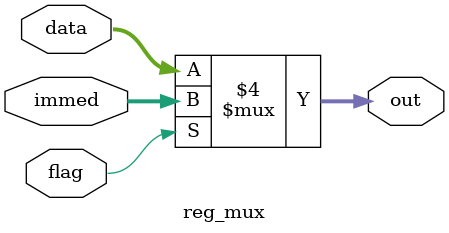
<source format=v>
`timescale 1ns / 1ps


module reg_mux(
    input [31:0] data,
    input [31:0] immed,
    input flag,
    output reg [31:0] out
);

    always@(data, immed, flag)begin
        if (flag==0)
            out <= data;
        else
            out <=immed;
    end
endmodule

</source>
